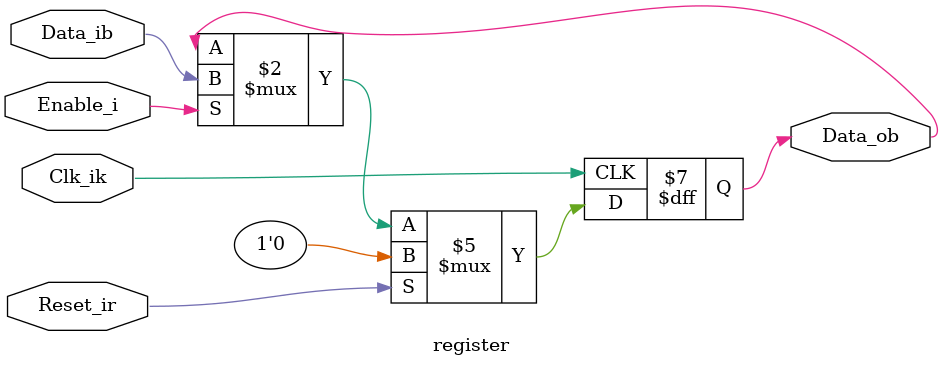
<source format=v>
`default_nettype none
`timescale 1ns/1ps

module register #(
	parameter g_Width = 1,
	parameter g_ResetValue = 0
) (
	input Clk_ik,
	input Reset_ir,
	input [g_Width-1:0] Data_ib,
	output reg [g_Width-1:0] Data_ob,
	input Enable_i
);

	always @(posedge Clk_ik) begin
		if (Reset_ir) begin
			Data_ob <= g_ResetValue;
		end else if (Enable_i) begin
			Data_ob <= Data_ib;
		end
	end

endmodule

</source>
